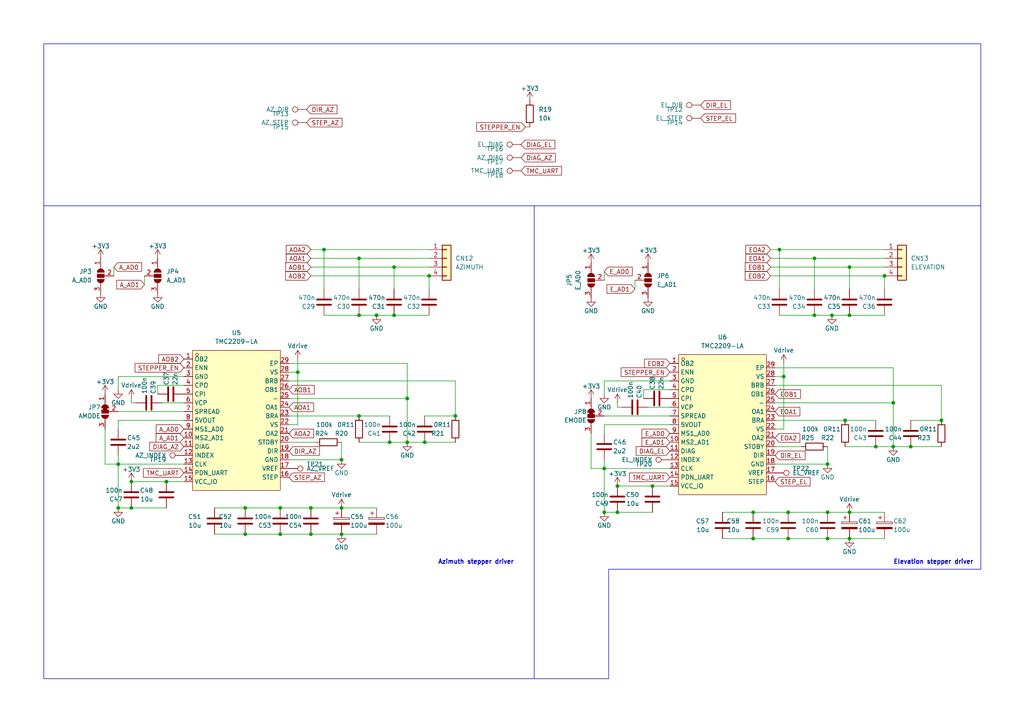
<source format=kicad_sch>
(kicad_sch (version 20230121) (generator eeschema)
  (paper "A4")
  (title_block (title "Power section") (date "2024-02-20") (rev "1.0a") (company "Vogslab"))
  (lib_symbols
    (symbol "Connector:TestPoint" (pin_numbers hide) (pin_names (offset 0.762) hide)
      (property "Reference" "TP" (at 0 6.858 0))
      (property "Value" "TestPoint" (at 0 5.08 0))
      (symbol "TestPoint_0_1"
        (circle (center 0 3.302) (radius 0.762))
      )
      (symbol "TestPoint_1_1"
        (pin passive line (at 0 0 90) (length 2.54) (name "1") (number "1"))
      )
    )
    (symbol "Connector_Generic:Conn_01x04" (pin_names (offset 1.016) hide)
      (property "Reference" "J" (at 0 5.08 0))
      (property "Value" "Conn_01x04" (at 0 -7.62 0))
      (symbol "Conn_01x04_1_1"
        (rectangle (start -1.27 -4.953) (end 0 -5.207) (stroke (width 0.1524)))
        (rectangle (start -1.27 -2.413) (end 0 -2.667) (stroke (width 0.1524)))
        (rectangle (start -1.27 0.127) (end 0 -0.127) (stroke (width 0.1524)))
        (rectangle (start -1.27 2.667) (end 0 2.413) (stroke (width 0.1524)))
        (rectangle (start -1.27 3.81) (end 1.27 -6.35) (stroke (width 0.254)) (fill (type background)))
        (pin passive line (at -5.08 2.54 0) (length 3.81) (name "Pin_1") (number "1"))
        (pin passive line (at -5.08 0 0) (length 3.81) (name "Pin_2") (number "2"))
        (pin passive line (at -5.08 -2.54 0) (length 3.81) (name "Pin_3") (number "3"))
        (pin passive line (at -5.08 -5.08 0) (length 3.81) (name "Pin_4") (number "4"))
      )
    )
    (symbol "Device:C" (pin_numbers hide) (pin_names (offset 0.254))
      (property "Reference" "C" (at 0.635 2.54 0))
      (property "Value" "C" (at 0.635 -2.54 0))
      (symbol "C_0_1"
        (polyline (pts (xy -2.032 -0.762) (xy 2.032 -0.762)) (stroke (width 0.508)))
        (polyline (pts (xy -2.032 0.762) (xy 2.032 0.762)) (stroke (width 0.508)))
      )
      (symbol "C_1_1"
        (pin passive line (at 0 3.81 270) (length 2.794) (name "~") (number "1"))
        (pin passive line (at 0 -3.81 90) (length 2.794) (name "~") (number "2"))
      )
    )
    (symbol "Device:C_Polarized" (pin_numbers hide) (pin_names (offset 0.254))
      (property "Reference" "C" (at 0.635 2.54 0))
      (property "Value" "C_Polarized" (at 0.635 -2.54 0))
      (symbol "C_Polarized_0_1"
        (rectangle (start -2.286 0.508) (end 2.286 1.016))
        (polyline (pts (xy -1.778 2.286) (xy -0.762 2.286)))
        (polyline (pts (xy -1.27 2.794) (xy -1.27 1.778)))
        (rectangle (start 2.286 -0.508) (end -2.286 -1.016) (fill (type outline)))
      )
      (symbol "C_Polarized_1_1"
        (pin passive line (at 0 3.81 270) (length 2.794) (name "~") (number "1"))
        (pin passive line (at 0 -3.81 90) (length 2.794) (name "~") (number "2"))
      )
    )
    (symbol "Device:R" (pin_numbers hide) (pin_names (offset 0))
      (property "Reference" "R" (at 2.032 0 90))
      (property "Value" "R" (at 0 0 90))
      (symbol "R_0_1"
        (rectangle (start -1.016 -2.54) (end 1.016 2.54) (stroke (width 0.254)))
      )
      (symbol "R_1_1"
        (pin passive line (at 0 3.81 270) (length 1.27) (name "~") (number "1"))
        (pin passive line (at 0 -3.81 90) (length 1.27) (name "~") (number "2"))
      )
    )
    (symbol "Jumper:SolderJumper_3_Bridged12" (pin_names (offset 0) hide)
      (property "Reference" "JP" (at -2.54 -2.54 0))
      (property "Value" "SolderJumper_3_Bridged12" (at 0 2.794 0))
      (symbol "SolderJumper_3_Bridged12_0_1"
        (rectangle (start -1.016 0.508) (end -0.508 -0.508) (fill (type outline)))
        (arc (start -1.016 1.016) (mid -2.0276 0) (end -1.016 -1.016))
        (arc (start -1.016 1.016) (mid -2.0276 0) (end -1.016 -1.016) (fill (type outline)))
        (rectangle (start -0.508 1.016) (end 0.508 -1.016) (fill (type outline)))
        (polyline (pts (xy -2.54 0) (xy -2.032 0)))
        (polyline (pts (xy -1.016 1.016) (xy -1.016 -1.016)))
        (polyline (pts (xy 0 -1.27) (xy 0 -1.016)))
        (polyline (pts (xy 1.016 1.016) (xy 1.016 -1.016)))
        (polyline (pts (xy 2.54 0) (xy 2.032 0)))
        (arc (start 1.016 -1.016) (mid 2.0276 0) (end 1.016 1.016))
        (arc (start 1.016 -1.016) (mid 2.0276 0) (end 1.016 1.016) (fill (type outline)))
      )
      (symbol "SolderJumper_3_Bridged12_1_1"
        (pin passive line (at -5.08 0 0) (length 2.54) (name "A") (number "1"))
        (pin passive line (at 0 -3.81 90) (length 2.54) (name "C") (number "2"))
        (pin passive line (at 5.08 0 180) (length 2.54) (name "B") (number "3"))
      )
    )
    (symbol "Jumper:SolderJumper_3_Open" (pin_names (offset 0) hide)
      (property "Reference" "JP" (at -2.54 -2.54 0))
      (property "Value" "SolderJumper_3_Open" (at 0 2.794 0))
      (symbol "SolderJumper_3_Open_0_1"
        (arc (start -1.016 1.016) (mid -2.0276 0) (end -1.016 -1.016))
        (arc (start -1.016 1.016) (mid -2.0276 0) (end -1.016 -1.016) (fill (type outline)))
        (rectangle (start -0.508 1.016) (end 0.508 -1.016) (fill (type outline)))
        (polyline (pts (xy -2.54 0) (xy -2.032 0)))
        (polyline (pts (xy -1.016 1.016) (xy -1.016 -1.016)))
        (polyline (pts (xy 0 -1.27) (xy 0 -1.016)))
        (polyline (pts (xy 1.016 1.016) (xy 1.016 -1.016)))
        (polyline (pts (xy 2.54 0) (xy 2.032 0)))
        (arc (start 1.016 -1.016) (mid 2.0276 0) (end 1.016 1.016))
        (arc (start 1.016 -1.016) (mid 2.0276 0) (end 1.016 1.016) (fill (type outline)))
      )
      (symbol "SolderJumper_3_Open_1_1"
        (pin passive line (at -5.08 0 0) (length 2.54) (name "A") (number "1"))
        (pin passive line (at 0 -3.81 90) (length 2.54) (name "C") (number "2"))
        (pin passive line (at 5.08 0 180) (length 2.54) (name "B") (number "3"))
      )
    )
    (symbol "easyeda2kicad:TMC2209-LA"
      (property "Reference" "U" (at 0 22.86 0))
      (property "Value" "TMC2209-LA" (at 0 -22.86 0))
      (symbol "TMC2209-LA_0_1"
        (rectangle (start -12.7 20.32) (end 12.7 -20.32) (fill (type background)))
        (circle (center -11.43 19.05) (radius 0.38))
        (pin unspecified line (at -15.24 17.78 0) (length 2.54) (name "OB2") (number "1"))
        (pin unspecified line (at -15.24 -5.08 0) (length 2.54) (name "MS2_AD1") (number "10"))
        (pin unspecified line (at -15.24 -7.62 0) (length 2.54) (name "DIAG") (number "11"))
        (pin unspecified line (at -15.24 -10.16 0) (length 2.54) (name "INDEX") (number "12"))
        (pin unspecified line (at -15.24 -12.7 0) (length 2.54) (name "CLK") (number "13"))
        (pin unspecified line (at -15.24 -15.24 0) (length 2.54) (name "PDN_UART") (number "14"))
        (pin unspecified line (at -15.24 -17.78 0) (length 2.54) (name "VCC_IO") (number "15"))
        (pin unspecified line (at 15.24 -16.51 180) (length 2.54) (name "STEP") (number "16"))
        (pin unspecified line (at 15.24 -13.97 180) (length 2.54) (name "VREF") (number "17"))
        (pin unspecified line (at 15.24 -11.43 180) (length 2.54) (name "GND") (number "18"))
        (pin unspecified line (at 15.24 -8.89 180) (length 2.54) (name "DIR") (number "19"))
        (pin unspecified line (at -15.24 15.24 0) (length 2.54) (name "ENN") (number "2"))
        (pin unspecified line (at 15.24 -6.35 180) (length 2.54) (name "STDBY") (number "20"))
        (pin unspecified line (at 15.24 -3.81 180) (length 2.54) (name "OA2") (number "21"))
        (pin unspecified line (at 15.24 -1.27 180) (length 2.54) (name "VS") (number "22"))
        (pin unspecified line (at 15.24 1.27 180) (length 2.54) (name "BRA") (number "23"))
        (pin unspecified line (at 15.24 3.81 180) (length 2.54) (name "OA1") (number "24"))
        (pin unspecified line (at 15.24 6.35 180) (length 2.54) (name "-") (number "25"))
        (pin unspecified line (at 15.24 8.89 180) (length 2.54) (name "OB1") (number "26"))
        (pin unspecified line (at 15.24 11.43 180) (length 2.54) (name "BRB") (number "27"))
        (pin unspecified line (at 15.24 13.97 180) (length 2.54) (name "VS") (number "28"))
        (pin unspecified line (at 15.24 16.51 180) (length 2.54) (name "EP") (number "29"))
        (pin unspecified line (at -15.24 12.7 0) (length 2.54) (name "GND") (number "3"))
        (pin unspecified line (at -15.24 10.16 0) (length 2.54) (name "CPO") (number "4"))
        (pin unspecified line (at -15.24 7.62 0) (length 2.54) (name "CPI") (number "5"))
        (pin unspecified line (at -15.24 5.08 0) (length 2.54) (name "VCP") (number "6"))
        (pin unspecified line (at -15.24 2.54 0) (length 2.54) (name "SPREAD") (number "7"))
        (pin unspecified line (at -15.24 0 0) (length 2.54) (name "5VOUT") (number "8"))
        (pin unspecified line (at -15.24 -2.54 0) (length 2.54) (name "MS1_AD0") (number "9"))
      )
    )
    (symbol "power:+3V3" (power) (pin_names (offset 0))
      (property "Value" "+3V3" (at 0 3.556 0))
      (symbol "+3V3_0_1"
        (polyline (pts (xy -0.762 1.27) (xy 0 2.54)))
        (polyline (pts (xy 0 0) (xy 0 2.54)))
        (polyline (pts (xy 0 2.54) (xy 0.762 1.27)))
      )
      (symbol "+3V3_1_1"
        (pin power_in line (at 0 0 90) (length 0) hide (name "+3V3") (number "1"))
      )
    )
    (symbol "power:GND" (power) (pin_names (offset 0))
      (property "Value" "GND" (at 0 -3.81 0))
      (symbol "GND_0_1"
        (polyline (pts (xy 0 0) (xy 0 -1.27) (xy 1.27 -1.27) (xy 0 -2.54) (xy -1.27 -1.27) (xy 0 -1.27)))
      )
      (symbol "GND_1_1"
        (pin power_in line (at 0 0 270) (length 0) hide (name "GND") (number "1"))
      )
    )
    (symbol "power:Vdrive" (power) (pin_names (offset 0))
      (property "Value" "Vdrive" (at 0 3.81 0))
      (symbol "Vdrive_0_1"
        (polyline (pts (xy -0.762 1.27) (xy 0 2.54)))
        (polyline (pts (xy 0 0) (xy 0 2.54)))
        (polyline (pts (xy 0 2.54) (xy 0.762 1.27)))
      )
      (symbol "Vdrive_1_1"
        (pin power_in line (at 0 0 90) (length 0) hide (name "Vdrive") (number "1"))
      )
    )
  )
  (junction (at 240.03 156.21))
  (junction (at 226.06 72.39))
  (junction (at 104.14 74.93))
  (junction (at 175.26 135.89))
  (junction (at 245.11 121.92))
  (junction (at 34.29 134.62))
  (junction (at 218.44 156.21))
  (junction (at 99.06 154.94))
  (junction (at 179.07 148.59))
  (junction (at 259.08 116.84))
  (junction (at 71.12 154.94))
  (junction (at 109.22 91.44))
  (junction (at 99.06 147.32))
  (junction (at 81.28 147.32))
  (junction (at 38.1 147.32))
  (junction (at 104.14 91.44))
  (junction (at 228.6 148.59))
  (junction (at 179.07 140.97))
  (junction (at 118.11 128.27))
  (junction (at 123.19 128.27))
  (junction (at 114.3 77.47))
  (junction (at 86.36 107.95))
  (junction (at 99.06 133.35))
  (junction (at 256.54 80.01))
  (junction (at 71.12 147.32))
  (junction (at 189.23 140.97))
  (junction (at 273.05 121.92))
  (junction (at 228.6 156.21))
  (junction (at 114.3 91.44))
  (junction (at 38.1 139.7))
  (junction (at 113.03 128.27))
  (junction (at 259.08 129.54))
  (junction (at 90.17 147.32))
  (junction (at 48.26 139.7))
  (junction (at 104.14 120.65))
  (junction (at 246.38 77.47))
  (junction (at 240.03 134.62))
  (junction (at 34.29 147.32))
  (junction (at 236.22 74.93))
  (junction (at 254 129.54))
  (junction (at 227.33 109.22))
  (junction (at 118.11 115.57))
  (junction (at 124.46 80.01))
  (junction (at 90.17 154.94))
  (junction (at 264.16 129.54))
  (junction (at 175.26 148.59))
  (junction (at 93.98 72.39))
  (junction (at 240.03 148.59))
  (junction (at 218.44 148.59))
  (junction (at 246.38 148.59))
  (junction (at 81.28 154.94))
  (junction (at 241.3 91.44))
  (junction (at 236.22 91.44))
  (junction (at 132.08 120.65))
  (junction (at 246.38 91.44))
  (junction (at 246.38 156.21))
  (wire (pts (xy 259.08 129.54) (xy 264.16 129.54)))
  (wire (pts (xy 34.29 109.22) (xy 34.29 113.03)))
  (wire (pts (xy 153.67 36.83) (xy 152.4 36.83)))
  (wire (pts (xy 83.82 123.19) (xy 86.36 123.19)))
  (wire (pts (xy 104.14 128.27) (xy 113.03 128.27)))
  (wire (pts (xy 194.31 135.89) (xy 175.26 135.89)))
  (wire (pts (xy 224.79 129.54) (xy 232.41 129.54)))
  (wire (pts (xy 30.48 134.62) (xy 34.29 134.62)))
  (wire (pts (xy 83.82 120.65) (xy 104.14 120.65)))
  (wire (pts (xy 264.16 129.54) (xy 273.05 129.54)))
  (wire (pts (xy 194.31 110.49) (xy 175.26 110.49)))
  (wire (pts (xy 114.3 91.44) (xy 124.46 91.44)))
  (polyline (pts (xy 12.7 12.7) (xy 284.48 12.7)))
  (wire (pts (xy 123.19 120.65) (xy 132.08 120.65)))
  (wire (pts (xy 226.06 91.44) (xy 236.22 91.44)))
  (wire (pts (xy 81.28 147.32) (xy 90.17 147.32)))
  (wire (pts (xy 83.82 115.57) (xy 118.11 115.57)))
  (wire (pts (xy 184.15 83.82) (xy 184.15 81.28)))
  (wire (pts (xy 246.38 156.21) (xy 256.54 156.21)))
  (wire (pts (xy 34.29 134.62) (xy 34.29 147.32)))
  (wire (pts (xy 113.03 128.27) (xy 118.11 128.27)))
  (wire (pts (xy 175.26 81.28) (xy 175.26 78.74)))
  (wire (pts (xy 124.46 74.93) (xy 104.14 74.93)))
  (wire (pts (xy 218.44 156.21) (xy 228.6 156.21)))
  (wire (pts (xy 124.46 80.01) (xy 124.46 83.82)))
  (wire (pts (xy 38.1 147.32) (xy 48.26 147.32)))
  (wire (pts (xy 38.1 115.57) (xy 38.1 116.84)))
  (wire (pts (xy 224.79 124.46) (xy 227.33 124.46)))
  (wire (pts (xy 53.34 121.92) (xy 34.29 121.92)))
  (wire (pts (xy 81.28 154.94) (xy 90.17 154.94)))
  (wire (pts (xy 104.14 91.44) (xy 109.22 91.44)))
  (wire (pts (xy 39.37 116.84) (xy 38.1 116.84)))
  (wire (pts (xy 246.38 77.47) (xy 246.38 83.82)))
  (wire (pts (xy 228.6 156.21) (xy 240.03 156.21)))
  (wire (pts (xy 62.23 147.32) (xy 71.12 147.32)))
  (wire (pts (xy 123.19 128.27) (xy 132.08 128.27)))
  (wire (pts (xy 83.82 128.27) (xy 91.44 128.27)))
  (wire (pts (xy 256.54 77.47) (xy 246.38 77.47)))
  (wire (pts (xy 93.98 91.44) (xy 104.14 91.44)))
  (wire (pts (xy 245.11 129.54) (xy 254 129.54)))
  (polyline (pts (xy 154.94 196.85) (xy 12.7 196.85)))
  (wire (pts (xy 227.33 124.46) (xy 227.33 109.22)))
  (wire (pts (xy 104.14 74.93) (xy 104.14 83.82)))
  (wire (pts (xy 83.82 107.95) (xy 86.36 107.95)))
  (wire (pts (xy 227.33 109.22) (xy 227.33 105.41)))
  (wire (pts (xy 114.3 77.47) (xy 90.17 77.47)))
  (wire (pts (xy 194.31 123.19) (xy 175.26 123.19)))
  (wire (pts (xy 179.07 140.97) (xy 189.23 140.97)))
  (wire (pts (xy 171.45 125.73) (xy 171.45 135.89)))
  (wire (pts (xy 34.29 132.08) (xy 34.29 134.62)))
  (wire (pts (xy 99.06 128.27) (xy 99.06 133.35)))
  (wire (pts (xy 236.22 74.93) (xy 236.22 83.82)))
  (wire (pts (xy 224.79 116.84) (xy 259.08 116.84)))
  (polyline (pts (xy 12.7 59.69) (xy 154.94 59.69)))
  (wire (pts (xy 189.23 140.97) (xy 194.31 140.97)))
  (wire (pts (xy 33.02 80.01) (xy 33.02 77.47)))
  (wire (pts (xy 46.99 116.84) (xy 53.34 116.84)))
  (polyline (pts (xy 12.7 59.69) (xy 12.7 12.7)))
  (wire (pts (xy 259.08 116.84) (xy 259.08 129.54)))
  (wire (pts (xy 264.16 121.92) (xy 273.05 121.92)))
  (wire (pts (xy 45.72 111.76) (xy 45.72 114.3)))
  (polyline (pts (xy 176.53 196.85) (xy 154.94 196.85)))
  (wire (pts (xy 236.22 74.93) (xy 223.52 74.93)))
  (wire (pts (xy 93.98 72.39) (xy 93.98 83.82)))
  (polyline (pts (xy 154.94 59.69) (xy 284.48 59.69)))
  (wire (pts (xy 241.3 91.44) (xy 246.38 91.44)))
  (wire (pts (xy 224.79 106.68) (xy 259.08 106.68)))
  (wire (pts (xy 30.48 124.46) (xy 30.48 134.62)))
  (wire (pts (xy 41.91 82.55) (xy 41.91 80.01)))
  (wire (pts (xy 71.12 147.32) (xy 81.28 147.32)))
  (wire (pts (xy 90.17 147.32) (xy 99.06 147.32)))
  (wire (pts (xy 48.26 139.7) (xy 53.34 139.7)))
  (wire (pts (xy 175.26 148.59) (xy 179.07 148.59)))
  (polyline (pts (xy 154.94 59.69) (xy 154.94 196.85)))
  (wire (pts (xy 124.46 80.01) (xy 90.17 80.01)))
  (wire (pts (xy 53.34 111.76) (xy 45.72 111.76)))
  (wire (pts (xy 179.07 148.59) (xy 189.23 148.59)))
  (wire (pts (xy 246.38 77.47) (xy 223.52 77.47)))
  (wire (pts (xy 254 129.54) (xy 259.08 129.54)))
  (wire (pts (xy 175.26 133.35) (xy 175.26 135.89)))
  (wire (pts (xy 194.31 113.03) (xy 186.69 113.03)))
  (wire (pts (xy 240.03 156.21) (xy 246.38 156.21)))
  (wire (pts (xy 209.55 148.59) (xy 218.44 148.59)))
  (wire (pts (xy 118.11 128.27) (xy 123.19 128.27)))
  (wire (pts (xy 118.11 115.57) (xy 118.11 128.27)))
  (wire (pts (xy 256.54 74.93) (xy 236.22 74.93)))
  (wire (pts (xy 53.34 109.22) (xy 34.29 109.22)))
  (wire (pts (xy 90.17 154.94) (xy 99.06 154.94)))
  (polyline (pts (xy 284.48 59.69) (xy 284.48 165.1)))
  (wire (pts (xy 132.08 110.49) (xy 132.08 120.65)))
  (wire (pts (xy 86.36 107.95) (xy 86.36 104.14)))
  (wire (pts (xy 224.79 109.22) (xy 227.33 109.22)))
  (wire (pts (xy 179.07 116.84) (xy 179.07 118.11)))
  (wire (pts (xy 71.12 154.94) (xy 81.28 154.94)))
  (polyline (pts (xy 12.7 59.69) (xy 12.7 196.85)))
  (polyline (pts (xy 176.53 165.1) (xy 176.53 196.85)))
  (wire (pts (xy 245.11 121.92) (xy 254 121.92)))
  (wire (pts (xy 246.38 148.59) (xy 256.54 148.59)))
  (wire (pts (xy 83.82 110.49) (xy 132.08 110.49)))
  (polyline (pts (xy 284.48 165.1) (xy 176.53 165.1)))
  (wire (pts (xy 175.26 120.65) (xy 194.31 120.65)))
  (wire (pts (xy 224.79 134.62) (xy 240.03 134.62)))
  (wire (pts (xy 171.45 135.89) (xy 175.26 135.89)))
  (wire (pts (xy 180.34 118.11) (xy 179.07 118.11)))
  (wire (pts (xy 226.06 72.39) (xy 226.06 83.82)))
  (wire (pts (xy 236.22 91.44) (xy 241.3 91.44)))
  (wire (pts (xy 228.6 148.59) (xy 240.03 148.59)))
  (wire (pts (xy 124.46 77.47) (xy 114.3 77.47)))
  (wire (pts (xy 240.03 148.59) (xy 246.38 148.59)))
  (wire (pts (xy 99.06 147.32) (xy 109.22 147.32)))
  (wire (pts (xy 223.52 80.01) (xy 256.54 80.01)))
  (wire (pts (xy 187.96 118.11) (xy 194.31 118.11)))
  (wire (pts (xy 224.79 121.92) (xy 245.11 121.92)))
  (wire (pts (xy 62.23 154.94) (xy 71.12 154.94)))
  (wire (pts (xy 104.14 74.93) (xy 90.17 74.93)))
  (wire (pts (xy 109.22 91.44) (xy 114.3 91.44)))
  (wire (pts (xy 34.29 121.92) (xy 34.29 124.46)))
  (wire (pts (xy 256.54 72.39) (xy 226.06 72.39)))
  (wire (pts (xy 273.05 111.76) (xy 273.05 121.92)))
  (wire (pts (xy 38.1 139.7) (xy 48.26 139.7)))
  (wire (pts (xy 259.08 106.68) (xy 259.08 116.84)))
  (wire (pts (xy 104.14 120.65) (xy 113.03 120.65)))
  (wire (pts (xy 209.55 156.21) (xy 218.44 156.21)))
  (wire (pts (xy 246.38 91.44) (xy 256.54 91.44)))
  (wire (pts (xy 53.34 134.62) (xy 34.29 134.62)))
  (wire (pts (xy 226.06 72.39) (xy 223.52 72.39)))
  (wire (pts (xy 83.82 133.35) (xy 99.06 133.35)))
  (wire (pts (xy 34.29 147.32) (xy 38.1 147.32)))
  (wire (pts (xy 224.79 111.76) (xy 273.05 111.76)))
  (wire (pts (xy 93.98 72.39) (xy 90.17 72.39)))
  (wire (pts (xy 218.44 148.59) (xy 228.6 148.59)))
  (wire (pts (xy 240.03 129.54) (xy 240.03 134.62)))
  (wire (pts (xy 175.26 110.49) (xy 175.26 114.3)))
  (wire (pts (xy 256.54 83.82) (xy 256.54 80.01)))
  (wire (pts (xy 34.29 119.38) (xy 53.34 119.38)))
  (wire (pts (xy 175.26 135.89) (xy 175.26 148.59)))
  (wire (pts (xy 124.46 72.39) (xy 93.98 72.39)))
  (wire (pts (xy 118.11 105.41) (xy 118.11 115.57)))
  (wire (pts (xy 114.3 77.47) (xy 114.3 83.82)))
  (wire (pts (xy 83.82 105.41) (xy 118.11 105.41)))
  (polyline (pts (xy 284.48 12.7) (xy 284.48 59.69)))
  (wire (pts (xy 175.26 123.19) (xy 175.26 125.73)))
  (wire (pts (xy 99.06 154.94) (xy 109.22 154.94)))
  (wire (pts (xy 186.69 113.03) (xy 186.69 115.57)))
  (wire (pts (xy 86.36 123.19) (xy 86.36 107.95)))
  (text "Azimuth stepper driver" (at 127 163.83 0) (effects (font (size 1.27 1.27) bold) (justify left bottom)))
  (text "Elevation stepper driver" (at 259.08 163.83 0) (effects (font (size 1.27 1.27) bold) (justify left bottom)))
  (global_label "EOB2" (shape input) (at 194.31 105.41 180) (property "Intersheetrefs" "${INTERSHEET_REFS}" (effects hide)))
  (global_label "STEPPER_EN" (shape input) (at 53.34 106.68 180) (property "Intersheetrefs" "${INTERSHEET_REFS}" (effects hide)))
  (global_label "A_AD0" (shape input) (at 53.34 124.46 180) (property "Intersheetrefs" "${INTERSHEET_REFS}" (effects hide)))
  (global_label "STEPPER_EN" (shape input) (at 152.4 36.83 180) (property "Intersheetrefs" "${INTERSHEET_REFS}" (effects hide)))
  (global_label "E_AD0" (shape input) (at 194.31 125.73 180) (property "Intersheetrefs" "${INTERSHEET_REFS}" (effects hide)))
  (global_label "DIR_AZ" (shape input) (at 88.9 31.75 0) (property "Intersheetrefs" "${INTERSHEET_REFS}" (effects hide)))
  (global_label "E_AD1" (shape input) (at 194.31 128.27 180) (property "Intersheetrefs" "${INTERSHEET_REFS}" (effects hide)))
  (global_label "TMC_UART" (shape input) (at 151.13 49.53 0) (property "Intersheetrefs" "${INTERSHEET_REFS}" (effects hide)))
  (global_label "AOA1" (shape input) (at 83.82 118.11 0) (property "Intersheetrefs" "${INTERSHEET_REFS}" (effects hide)))
  (global_label "AOB2" (shape input) (at 90.17 80.01 180) (property "Intersheetrefs" "${INTERSHEET_REFS}" (effects hide)))
  (global_label "STEP_AZ" (shape input) (at 88.9 35.56 0) (property "Intersheetrefs" "${INTERSHEET_REFS}" (effects hide)))
  (global_label "STEP_EL" (shape input) (at 203.2 34.29 0) (property "Intersheetrefs" "${INTERSHEET_REFS}" (effects hide)))
  (global_label "STEPPER_EN" (shape input) (at 194.31 107.95 180) (property "Intersheetrefs" "${INTERSHEET_REFS}" (effects hide)))
  (global_label "EOA1" (shape input) (at 224.79 119.38 0) (property "Intersheetrefs" "${INTERSHEET_REFS}" (effects hide)))
  (global_label "A_AD1" (shape input) (at 41.91 82.55 180) (property "Intersheetrefs" "${INTERSHEET_REFS}" (effects hide)))
  (global_label "EOB1" (shape input) (at 223.52 77.47 180) (property "Intersheetrefs" "${INTERSHEET_REFS}" (effects hide)))
  (global_label "STEP_EL" (shape input) (at 224.79 139.7 0) (property "Intersheetrefs" "${INTERSHEET_REFS}" (effects hide)))
  (global_label "AOA2" (shape input) (at 90.17 72.39 180) (property "Intersheetrefs" "${INTERSHEET_REFS}" (effects hide)))
  (global_label "EOA2" (shape input) (at 223.52 72.39 180) (property "Intersheetrefs" "${INTERSHEET_REFS}" (effects hide)))
  (global_label "DIAG_AZ" (shape input) (at 53.34 129.54 180) (property "Intersheetrefs" "${INTERSHEET_REFS}" (effects hide)))
  (global_label "AOB1" (shape input) (at 83.82 113.03 0) (property "Intersheetrefs" "${INTERSHEET_REFS}" (effects hide)))
  (global_label "DIAG_AZ" (shape input) (at 151.13 45.72 0) (property "Intersheetrefs" "${INTERSHEET_REFS}" (effects hide)))
  (global_label "TMC_UART" (shape input) (at 53.34 137.16 180) (property "Intersheetrefs" "${INTERSHEET_REFS}" (effects hide)))
  (global_label "DIAG_EL" (shape input) (at 151.13 41.91 0) (property "Intersheetrefs" "${INTERSHEET_REFS}" (effects hide)))
  (global_label "DIAG_EL" (shape input) (at 194.31 130.81 180) (property "Intersheetrefs" "${INTERSHEET_REFS}" (effects hide)))
  (global_label "DIR_EL" (shape input) (at 203.2 30.48 0) (property "Intersheetrefs" "${INTERSHEET_REFS}" (effects hide)))
  (global_label "STEP_AZ" (shape input) (at 83.82 138.43 0) (property "Intersheetrefs" "${INTERSHEET_REFS}" (effects hide)))
  (global_label "EOA2" (shape input) (at 224.79 127 0) (property "Intersheetrefs" "${INTERSHEET_REFS}" (effects hide)))
  (global_label "EOB2" (shape input) (at 223.52 80.01 180) (property "Intersheetrefs" "${INTERSHEET_REFS}" (effects hide)))
  (global_label "DIR_EL" (shape input) (at 224.79 132.08 0) (property "Intersheetrefs" "${INTERSHEET_REFS}" (effects hide)))
  (global_label "E_AD1" (shape input) (at 184.15 83.82 180) (property "Intersheetrefs" "${INTERSHEET_REFS}" (effects hide)))
  (global_label "A_AD1" (shape input) (at 53.34 127 180) (property "Intersheetrefs" "${INTERSHEET_REFS}" (effects hide)))
  (global_label "EOA1" (shape input) (at 223.52 74.93 180) (property "Intersheetrefs" "${INTERSHEET_REFS}" (effects hide)))
  (global_label "AOB2" (shape input) (at 53.34 104.14 180) (property "Intersheetrefs" "${INTERSHEET_REFS}" (effects hide)))
  (global_label "DIR_AZ" (shape input) (at 83.82 130.81 0) (property "Intersheetrefs" "${INTERSHEET_REFS}" (effects hide)))
  (global_label "EOB1" (shape input) (at 224.79 114.3 0) (property "Intersheetrefs" "${INTERSHEET_REFS}" (effects hide)))
  (global_label "TMC_UART" (shape input) (at 194.31 138.43 180) (property "Intersheetrefs" "${INTERSHEET_REFS}" (effects hide)))
  (global_label "AOA2" (shape input) (at 83.82 125.73 0) (property "Intersheetrefs" "${INTERSHEET_REFS}" (effects hide)))
  (global_label "AOB1" (shape input) (at 90.17 77.47 180) (property "Intersheetrefs" "${INTERSHEET_REFS}" (effects hide)))
  (global_label "AOA1" (shape input) (at 90.17 74.93 180) (property "Intersheetrefs" "${INTERSHEET_REFS}" (effects hide)))
  (global_label "A_AD0" (shape input) (at 33.02 77.47 0) (property "Intersheetrefs" "${INTERSHEET_REFS}" (effects hide)))
  (global_label "E_AD0" (shape input) (at 175.26 78.74 0) (property "Intersheetrefs" "${INTERSHEET_REFS}" (effects hide)))
  (symbol (lib_id "power:GND") (at 29.21 85.09 0) (unit 1)
    (property "Reference" "#PWR067" (effects hide))
    (property "Value" "GND" (at 29.21 88.9 0))
  )
  (symbol (lib_id "Device:C") (at 49.53 114.3 270) (unit 1)
    (property "Reference" "C37" (at 48.26 111.76 0) (effects (justify right)))
    (property "Value" "22n" (at 50.8 111.76 0) (effects (justify right)))
    (property "Footprint" "Capacitor_SMD:C_0603_1608Metric_Pad1.08x0.95mm_HandSolder" (effects hide))
    (property "VMin" "50V" (effects hide))
    (property "LCSC_id" "C21122" (effects hide))
  )
  (symbol (lib_id "power:GND") (at 187.96 86.36 0) (unit 1)
    (property "Reference" "#PWR070" (effects hide))
    (property "Value" "GND" (at 187.96 90.17 0))
  )
  (symbol (lib_id "power:GND") (at 175.26 114.3 0) (unit 1)
    (property "Reference" "#PWR077" (effects hide))
    (property "Value" "GND" (at 175.26 118.11 0))
  )
  (symbol (lib_id "Device:C") (at 240.03 152.4 0) (unit 1)
    (property "Reference" "C60" (at 237.49 153.67 0) (effects (justify right)))
    (property "Value" "100n" (at 237.49 151.13 0) (effects (justify right)))
    (property "Footprint" "Capacitor_SMD:C_0603_1608Metric_Pad1.08x0.95mm_HandSolder" (effects hide))
    (property "VMin" "16V" (effects hide))
    (property "LCSC_id" "C1591" (effects hide))
  )
  (symbol (lib_id "Device:C_Polarized") (at 109.22 151.13 0) (unit 1)
    (property "Reference" "C56" (at 111.76 149.86 0) (effects (justify left)))
    (property "Value" "100u" (at 111.76 152.4 0) (effects (justify left)))
    (property "Footprint" "Capacitor_THT:CP_Radial_D8.0mm_P3.50mm" (effects hide))
    (property "LSCS_id" "C171434" (effects hide))
  )
  (symbol (lib_id "power:+3V3") (at 45.72 74.93 0) (unit 1)
    (property "Reference" "#PWR064" (effects hide))
    (property "Value" "+3V3" (at 45.72 71.374 0))
  )
  (symbol (lib_id "power:GND") (at 34.29 147.32 0) (unit 1)
    (property "Reference" "#PWR087" (effects hide))
    (property "Value" "GND" (at 34.29 151.13 0))
  )
  (symbol (lib_id "Device:C") (at 43.18 116.84 90) (mirror x) (unit 1)
    (property "Reference" "C39" (at 44.45 114.3 0) (effects (justify right)))
    (property "Value" "100n" (at 41.91 114.3 0) (effects (justify right)))
    (property "Footprint" "Capacitor_SMD:C_0603_1608Metric_Pad1.08x0.95mm_HandSolder" (effects hide))
    (property "VMin" "16V" (effects hide))
    (property "LCSC_id" "C1591" (effects hide))
  )
  (symbol (lib_id "Connector_Generic:Conn_01x04") (at 129.54 74.93 0) (unit 1)
    (property "Reference" "CN12" (at 132.08 74.9299 0) (effects (justify left)))
    (property "Value" "AZIMUTH" (at 132.08 77.4699 0) (effects (justify left)))
    (property "Footprint" "Connector_PinHeader_2.54mm:PinHeader_1x04_P2.54mm_Vertical" (effects hide))
  )
  (symbol (lib_id "power:+3V3") (at 29.21 74.93 0) (unit 1)
    (property "Reference" "#PWR063" (effects hide))
    (property "Value" "+3V3" (at 29.21 71.374 0))
  )
  (symbol (lib_id "Device:C") (at 236.22 87.63 0) (unit 1)
    (property "Reference" "C34" (at 233.68 88.9 0) (effects (justify right)))
    (property "Value" "470n" (at 233.68 86.36 0) (effects (justify right)))
    (property "Footprint" "Capacitor_SMD:C_1812_4532Metric_Pad1.57x3.40mm_HandSolder" (effects hide))
    (property "VMin" "100V" (effects hide))
    (property "LCSC_id" "C152994" (effects hide))
  )
  (symbol (lib_id "power:GND") (at 241.3 91.44 0) (unit 1)
    (property "Reference" "#PWR072" (effects hide))
    (property "Value" "GND" (at 241.3 95.25 0))
  )
  (symbol (lib_id "Device:C_Polarized") (at 99.06 151.13 0) (unit 1)
    (property "Reference" "C55" (at 101.6 149.86 0) (effects (justify left)))
    (property "Value" "100u" (at 101.6 152.4 0) (effects (justify left)))
    (property "Footprint" "Capacitor_THT:CP_Radial_D8.0mm_P3.50mm" (effects hide))
    (property "LSCS_id" "C171434" (effects hide))
  )
  (symbol (lib_id "power:GND") (at 259.08 129.54 0) (unit 1)
    (property "Reference" "#PWR082" (effects hide))
    (property "Value" "GND" (at 259.08 133.35 0))
  )
  (symbol (lib_id "power:GND") (at 240.03 134.62 0) (unit 1)
    (property "Reference" "#PWR084" (effects hide))
    (property "Value" "GND" (at 240.03 138.43 0))
  )
  (symbol (lib_id "power:+3V3") (at 30.48 114.3 0) (unit 1)
    (property "Reference" "#PWR076" (effects hide))
    (property "Value" "+3V3" (at 30.48 110.744 0))
  )
  (symbol (lib_id "Connector:TestPoint") (at 53.34 132.08 90) (unit 1)
    (property "Reference" "TP19" (at 48.26 133.3501 90) (effects (justify left)))
    (property "Value" "AZ_INDEX" (at 48.26 132.08 90) (effects (justify left)))
    (property "Footprint" "TestPoint:TestPoint_Pad_D1.5mm" (effects hide))
  )
  (symbol (lib_id "Device:C") (at 226.06 87.63 0) (unit 1)
    (property "Reference" "C33" (at 223.52 88.9 0) (effects (justify right)))
    (property "Value" "470n" (at 223.52 86.36 0) (effects (justify right)))
    (property "Footprint" "Capacitor_SMD:C_1812_4532Metric_Pad1.57x3.40mm_HandSolder" (effects hide))
    (property "VMin" "100V" (effects hide))
    (property "LCSC_id" "C152994" (effects hide))
  )
  (symbol (lib_id "Device:C") (at 189.23 144.78 0) (mirror x) (unit 1)
    (property "Reference" "C50" (at 185.42 143.5099 0) (effects (justify right)))
    (property "Value" "10u" (at 185.42 146.0499 0) (effects (justify right)))
    (property "Footprint" "Resistor_SMD:R_1206_3216Metric_Pad1.30x1.75mm_HandSolder" (effects hide))
    (property "LCSC_id" "C89632" (effects hide))
  )
  (symbol (lib_id "power:GND") (at 99.06 154.94 0) (unit 1)
    (property "Reference" "#PWR091" (effects hide))
    (property "Value" "GND" (at 99.06 158.75 0))
  )
  (symbol (lib_id "Device:C_Polarized") (at 246.38 152.4 0) (unit 1)
    (property "Reference" "C61" (at 248.92 151.13 0) (effects (justify left)))
    (property "Value" "100u" (at 248.92 153.67 0) (effects (justify left)))
    (property "Footprint" "Capacitor_THT:CP_Radial_D8.0mm_P3.50mm" (effects hide))
    (property "LSCS_id" "C171434" (effects hide))
  )
  (symbol (lib_id "Device:C") (at 179.07 144.78 0) (unit 1)
    (property "Reference" "C49" (at 176.53 146.05 0) (effects (justify right)))
    (property "Value" "100n" (at 176.53 143.51 0) (effects (justify right)))
    (property "Footprint" "Capacitor_SMD:C_0603_1608Metric_Pad1.08x0.95mm_HandSolder" (effects hide))
    (property "VMin" "16V" (effects hide))
    (property "LCSC_id" "C1591" (effects hide))
  )
  (symbol (lib_id "Device:C") (at 264.16 125.73 0) (unit 1)
    (property "Reference" "C44" (at 261.62 127 0) (effects (justify right)))
    (property "Value" "100n" (at 261.62 124.46 0) (effects (justify right)))
    (property "Footprint" "Capacitor_SMD:C_0603_1608Metric_Pad1.08x0.95mm_HandSolder" (effects hide))
    (property "VMin" "16V" (effects hide))
    (property "LCSC_id" "C1591" (effects hide))
  )
  (symbol (lib_id "Connector:TestPoint") (at 194.31 133.35 90) (unit 1)
    (property "Reference" "TP20" (at 189.23 134.6201 90) (effects (justify left)))
    (property "Value" "EL_INDEX" (at 189.23 133.35 90) (effects (justify left)))
    (property "Footprint" "TestPoint:TestPoint_Pad_D1.5mm" (effects hide))
  )
  (symbol (lib_id "Jumper:SolderJumper_3_Open") (at 171.45 81.28 90) (mirror x) (unit 1)
    (property "Reference" "JP5" (at 165.1 81.28 0))
    (property "Value" "E_AD0" (at 167.64 81.28 0))
    (property "Footprint" "Jumper:SolderJumper-3_P1.3mm_Open_RoundedPad1.0x1.5mm" (effects hide))
  )
  (symbol (lib_id "power:Vdrive") (at 38.1 115.57 0) (unit 1)
    (property "Reference" "#PWR078" (effects hide))
    (property "Value" "Vdrive" (at 38.1 111.76 0))
  )
  (symbol (lib_id "power:Vdrive") (at 179.07 116.84 0) (unit 1)
    (property "Reference" "#PWR080" (effects hide))
    (property "Value" "Vdrive" (at 179.07 113.03 0))
  )
  (symbol (lib_id "power:Vdrive") (at 227.33 105.41 0) (unit 1)
    (property "Reference" "#PWR074" (effects hide))
    (property "Value" "Vdrive" (at 227.33 101.6 0))
  )
  (symbol (lib_id "Device:R") (at 153.67 33.02 180) (unit 1)
    (property "Reference" "R19" (at 156.21 31.7499 0) (effects (justify right)))
    (property "Value" "10k" (at 156.21 34.2899 0) (effects (justify right)))
    (property "Footprint" "Resistor_SMD:R_0805_2012Metric_Pad1.20x1.40mm_HandSolder" (effects hide))
    (property "LCSC_id" "C25612" (effects hide))
  )
  (symbol (lib_id "Device:C") (at 48.26 143.51 0) (mirror x) (unit 1)
    (property "Reference" "C48" (at 44.45 142.2399 0) (effects (justify right)))
    (property "Value" "10u" (at 44.45 144.7799 0) (effects (justify right)))
    (property "Footprint" "Resistor_SMD:R_1206_3216Metric_Pad1.30x1.75mm_HandSolder" (effects hide))
    (property "LCSC_id" "C89632" (effects hide))
  )
  (symbol (lib_id "power:GND") (at 45.72 85.09 0) (unit 1)
    (property "Reference" "#PWR068" (effects hide))
    (property "Value" "GND" (at 45.72 88.9 0))
  )
  (symbol (lib_id "Device:R") (at 95.25 128.27 270) (unit 1)
    (property "Reference" "R24" (at 95.25 125.73 90) (effects (justify right)))
    (property "Value" "100k" (at 96.52 123.19 90) (effects (justify right)))
    (property "Footprint" "Resistor_SMD:R_0805_2012Metric_Pad1.20x1.40mm_HandSolder" (effects hide))
    (property "LCSC_id" "C25611" (effects hide))
  )
  (symbol (lib_id "Device:C") (at 190.5 115.57 270) (unit 1)
    (property "Reference" "C38" (at 189.23 113.03 0) (effects (justify right)))
    (property "Value" "22n" (at 191.77 113.03 0) (effects (justify right)))
    (property "Footprint" "Capacitor_SMD:C_0603_1608Metric_Pad1.08x0.95mm_HandSolder" (effects hide))
    (property "VMin" "50V" (effects hide))
    (property "LCSC_id" "C21122" (effects hide))
  )
  (symbol (lib_id "Device:C") (at 256.54 87.63 0) (unit 1)
    (property "Reference" "C36" (at 254 88.9 0) (effects (justify right)))
    (property "Value" "470n" (at 254 86.36 0) (effects (justify right)))
    (property "Footprint" "Capacitor_SMD:C_1812_4532Metric_Pad1.57x3.40mm_HandSolder" (effects hide))
    (property "VMin" "100V" (effects hide))
    (property "LCSC_id" "C152994" (effects hide))
  )
  (symbol (lib_id "power:+3V3") (at 171.45 115.57 0) (unit 1)
    (property "Reference" "#PWR079" (effects hide))
    (property "Value" "+3V3" (at 171.45 112.014 0))
  )
  (symbol (lib_id "Device:C") (at 113.03 124.46 0) (unit 1)
    (property "Reference" "C41" (at 110.49 125.73 0) (effects (justify right)))
    (property "Value" "100n" (at 110.49 123.19 0) (effects (justify right)))
    (property "Footprint" "Capacitor_SMD:C_0603_1608Metric_Pad1.08x0.95mm_HandSolder" (effects hide))
    (property "VMin" "16V" (effects hide))
    (property "LCSC_id" "C1591" (effects hide))
  )
  (symbol (lib_id "power:Vdrive") (at 246.38 148.59 0) (unit 1)
    (property "Reference" "#PWR090" (effects hide))
    (property "Value" "Vdrive" (at 246.38 144.78 0))
  )
  (symbol (lib_id "Device:R") (at 245.11 125.73 0) (unit 1)
    (property "Reference" "R22" (at 240.03 127 0))
    (property "Value" "0R11" (at 241.3 124.46 0))
    (property "Footprint" "Resistor_SMD:R_2512_6332Metric_Pad1.40x3.35mm_HandSolder" (effects hide))
    (property "LCSC_id" "C333708" (effects hide))
  )
  (symbol (lib_id "Device:C") (at 228.6 152.4 0) (unit 1)
    (property "Reference" "C59" (at 226.06 153.67 0) (effects (justify right)))
    (property "Value" "100n" (at 226.06 151.13 0) (effects (justify right)))
    (property "Footprint" "Capacitor_SMD:C_0603_1608Metric_Pad1.08x0.95mm_HandSolder" (effects hide))
    (property "VMin" "16V" (effects hide))
    (property "LCSC_id" "C1591" (effects hide))
  )
  (symbol (lib_id "Device:C") (at 254 125.73 0) (unit 1)
    (property "Reference" "C43" (at 251.46 127 0) (effects (justify right)))
    (property "Value" "100n" (at 251.46 124.46 0) (effects (justify right)))
    (property "Footprint" "Capacitor_SMD:C_0603_1608Metric_Pad1.08x0.95mm_HandSolder" (effects hide))
    (property "VMin" "16V" (effects hide))
    (property "LCSC_id" "C1591" (effects hide))
  )
  (symbol (lib_id "Device:R") (at 132.08 124.46 0) (unit 1)
    (property "Reference" "R21" (at 127 125.73 0))
    (property "Value" "0R11" (at 128.27 123.19 0))
    (property "Footprint" "Resistor_SMD:R_2512_6332Metric_Pad1.40x3.35mm_HandSolder" (effects hide))
    (property "LCSC_id" "C333708" (effects hide))
  )
  (symbol (lib_id "Device:R") (at 236.22 129.54 270) (unit 1)
    (property "Reference" "R25" (at 236.22 127 90) (effects (justify right)))
    (property "Value" "100k" (at 237.49 124.46 90) (effects (justify right)))
    (property "Footprint" "Resistor_SMD:R_0805_2012Metric_Pad1.20x1.40mm_HandSolder" (effects hide))
    (property "LCSC_id" "C25611" (effects hide))
  )
  (symbol (lib_id "power:Vdrive") (at 99.06 147.32 0) (unit 1)
    (property "Reference" "#PWR088" (effects hide))
    (property "Value" "Vdrive" (at 99.06 143.51 0))
  )
  (symbol (lib_id "Connector:TestPoint") (at 88.9 35.56 90) (unit 1)
    (property "Reference" "TP15" (at 83.82 36.8301 90) (effects (justify left)))
    (property "Value" "AZ_STEP" (at 83.82 35.56 90) (effects (justify left)))
    (property "Footprint" "TestPoint:TestPoint_Pad_D1.5mm" (effects hide))
  )
  (symbol (lib_id "power:+3V3") (at 179.07 140.97 0) (unit 1)
    (property "Reference" "#PWR086" (effects hide))
    (property "Value" "+3V3" (at 179.07 137.414 0))
  )
  (symbol (lib_id "Connector:TestPoint") (at 83.82 135.89 270) (unit 1)
    (property "Reference" "TP21" (at 88.9 134.6199 90) (effects (justify left)))
    (property "Value" "AZ_VREF" (at 88.9 135.89 90) (effects (justify left)))
    (property "Footprint" "TestPoint:TestPoint_Pad_D1.5mm" (effects hide))
  )
  (symbol (lib_id "Jumper:SolderJumper_3_Open") (at 187.96 81.28 270) (unit 1)
    (property "Reference" "JP6" (at 190.5 80.0099 90) (effects (justify left)))
    (property "Value" "E_AD1" (at 190.5 82.5499 90) (effects (justify left)))
    (property "Footprint" "Jumper:SolderJumper-3_P1.3mm_Open_RoundedPad1.0x1.5mm" (effects hide))
  )
  (symbol (lib_id "Jumper:SolderJumper_3_Open") (at 29.21 80.01 90) (mirror x) (unit 1)
    (property "Reference" "JP3" (at 26.67 78.7399 90) (effects (justify left)))
    (property "Value" "A_AD0" (at 26.67 81.2799 90) (effects (justify left)))
    (property "Footprint" "Jumper:SolderJumper-3_P1.3mm_Open_RoundedPad1.0x1.5mm" (effects hide))
  )
  (symbol (lib_id "Connector:TestPoint") (at 88.9 31.75 90) (unit 1)
    (property "Reference" "TP13" (at 83.82 33.0201 90) (effects (justify left)))
    (property "Value" "AZ_DIR" (at 83.82 31.75 90) (effects (justify left)))
    (property "Footprint" "TestPoint:TestPoint_Pad_D1.5mm" (effects hide))
  )
  (symbol (lib_id "easyeda2kicad:TMC2209-LA") (at 209.55 123.19 0) (unit 1)
    (property "Reference" "U6" (at 209.55 97.79 0))
    (property "Value" "TMC2209-LA" (at 209.55 100.33 0))
    (property "Footprint" "easyeda2kicad:QFN-28_L5.0-W5.0-P0.50-BL-EP" (effects hide))
    (property "Datasheet" "https://lcsc.com/product-detail/Motor-Drivers_TRINAMIC-Motion-Control-GmbH-TMC2209-LA_C465949.html" (effects hide))
    (property "Manufacturer" "TRINAMIC" (effects hide))
    (property "LCSC Part" "C465949" (effects hide))
    (property "JLC Part" "Extended Part" (effects hide))
  )
  (symbol (lib_id "power:+3V3") (at 38.1 139.7 0) (unit 1)
    (property "Reference" "#PWR085" (effects hide))
    (property "Value" "+3V3" (at 38.1 136.144 0))
  )
  (symbol (lib_id "Device:C") (at 38.1 143.51 0) (unit 1)
    (property "Reference" "C47" (at 35.56 144.78 0) (effects (justify right)))
    (property "Value" "100n" (at 35.56 142.24 0) (effects (justify right)))
    (property "Footprint" "Capacitor_SMD:C_0603_1608Metric_Pad1.08x0.95mm_HandSolder" (effects hide))
    (property "VMin" "16V" (effects hide))
    (property "LCSC_id" "C1591" (effects hide))
  )
  (symbol (lib_id "easyeda2kicad:TMC2209-LA") (at 68.58 121.92 0) (unit 1)
    (property "Reference" "U5" (at 68.58 96.52 0))
    (property "Value" "TMC2209-LA" (at 68.58 99.06 0))
    (property "Footprint" "easyeda2kicad:QFN-28_L5.0-W5.0-P0.50-BL-EP" (effects hide))
    (property "Datasheet" "https://lcsc.com/product-detail/Motor-Drivers_TRINAMIC-Motion-Control-GmbH-TMC2209-LA_C465949.html" (effects hide))
    (property "Manufacturer" "TRINAMIC" (effects hide))
    (property "LCSC Part" "C465949" (effects hide))
    (property "JLC Part" "Extended Part" (effects hide))
  )
  (symbol (lib_id "Device:C") (at 184.15 118.11 90) (mirror x) (unit 1)
    (property "Reference" "C40" (at 185.42 115.57 0) (effects (justify right)))
    (property "Value" "100n" (at 182.88 115.57 0) (effects (justify right)))
    (property "Footprint" "Capacitor_SMD:C_0603_1608Metric_Pad1.08x0.95mm_HandSolder" (effects hide))
    (property "VMin" "16V" (effects hide))
    (property "LCSC_id" "C1591" (effects hide))
  )
  (symbol (lib_id "Jumper:SolderJumper_3_Bridged12") (at 171.45 120.65 90) (mirror x) (unit 1)
    (property "Reference" "JP8" (at 170.18 119.38 90) (effects (justify left)))
    (property "Value" "EMODE" (at 170.18 121.92 90) (effects (justify left)))
    (property "Footprint" "Jumper:SolderJumper-3_P1.3mm_Bridged12_RoundedPad1.0x1.5mm" (effects hide))
  )
  (symbol (lib_id "Device:C") (at 246.38 87.63 0) (unit 1)
    (property "Reference" "C35" (at 243.84 88.9 0) (effects (justify right)))
    (property "Value" "470n" (at 243.84 86.36 0) (effects (justify right)))
    (property "Footprint" "Capacitor_SMD:C_1812_4532Metric_Pad1.57x3.40mm_HandSolder" (effects hide))
    (property "VMin" "100V" (effects hide))
    (property "LCSC_id" "C152994" (effects hide))
  )
  (symbol (lib_id "power:+3V3") (at 153.67 29.21 0) (unit 1)
    (property "Reference" "#PWR062" (effects hide))
    (property "Value" "+3V3" (at 153.67 25.654 0))
  )
  (symbol (lib_id "Connector:TestPoint") (at 151.13 41.91 90) (unit 1)
    (property "Reference" "TP16" (at 146.05 43.1801 90) (effects (justify left)))
    (property "Value" "EL_DIAG" (at 146.05 41.91 90) (effects (justify left)))
    (property "Footprint" "TestPoint:TestPoint_Pad_D1.5mm" (effects hide))
  )
  (symbol (lib_id "Device:C") (at 93.98 87.63 0) (unit 1)
    (property "Reference" "C29" (at 91.44 88.9 0) (effects (justify right)))
    (property "Value" "470n" (at 91.44 86.36 0) (effects (justify right)))
    (property "Footprint" "Capacitor_SMD:C_1812_4532Metric_Pad1.57x3.40mm_HandSolder" (effects hide))
    (property "VMin" "100V" (effects hide))
    (property "LCSC_id" "C152994" (effects hide))
  )
  (symbol (lib_id "Device:C") (at 90.17 151.13 0) (unit 1)
    (property "Reference" "C54" (at 87.63 152.4 0) (effects (justify right)))
    (property "Value" "100n" (at 87.63 149.86 0) (effects (justify right)))
    (property "Footprint" "Capacitor_SMD:C_0603_1608Metric_Pad1.08x0.95mm_HandSolder" (effects hide))
    (property "VMin" "16V" (effects hide))
    (property "LCSC_id" "C1591" (effects hide))
  )
  (symbol (lib_id "power:GND") (at 34.29 113.03 0) (unit 1)
    (property "Reference" "#PWR075" (effects hide))
    (property "Value" "GND" (at 34.29 116.84 0))
  )
  (symbol (lib_id "power:GND") (at 175.26 148.59 0) (unit 1)
    (property "Reference" "#PWR089" (effects hide))
    (property "Value" "GND" (at 175.26 152.4 0))
  )
  (symbol (lib_id "Device:C") (at 62.23 151.13 0) (mirror x) (unit 1)
    (property "Reference" "C51" (at 58.42 149.8599 0) (effects (justify right)))
    (property "Value" "10u" (at 58.42 152.3999 0) (effects (justify right)))
    (property "Footprint" "Resistor_SMD:R_1206_3216Metric_Pad1.30x1.75mm_HandSolder" (effects hide))
    (property "LCSC_id" "C89632" (effects hide))
  )
  (symbol (lib_id "Device:C") (at 124.46 87.63 0) (unit 1)
    (property "Reference" "C32" (at 121.92 88.9 0) (effects (justify right)))
    (property "Value" "470n" (at 121.92 86.36 0) (effects (justify right)))
    (property "Footprint" "Capacitor_SMD:C_1812_4532Metric_Pad1.57x3.40mm_HandSolder" (effects hide))
    (property "VMin" "100V" (effects hide))
    (property "LCSC_id" "C152994" (effects hide))
  )
  (symbol (lib_id "Device:C") (at 175.26 129.54 180) (unit 1)
    (property "Reference" "C46" (at 177.8 128.27 0) (effects (justify right)))
    (property "Value" "2u2" (at 177.8 130.81 0) (effects (justify right)))
    (property "Footprint" "Capacitor_SMD:C_0603_1608Metric_Pad1.08x0.95mm_HandSolder" (effects hide))
    (property "VMin" "6.3V" (effects hide))
    (property "LCSC_id" "C23630" (effects hide))
  )
  (symbol (lib_id "Device:R") (at 104.14 124.46 0) (unit 1)
    (property "Reference" "R20" (at 99.06 125.73 0))
    (property "Value" "0R11" (at 100.33 123.19 0))
    (property "Footprint" "Resistor_SMD:R_2512_6332Metric_Pad1.40x3.35mm_HandSolder" (effects hide))
    (property "LCSC_id" "C333708" (effects hide))
  )
  (symbol (lib_id "Device:C") (at 114.3 87.63 0) (unit 1)
    (property "Reference" "C31" (at 111.76 88.9 0) (effects (justify right)))
    (property "Value" "470n" (at 111.76 86.36 0) (effects (justify right)))
    (property "Footprint" "Capacitor_SMD:C_1812_4532Metric_Pad1.57x3.40mm_HandSolder" (effects hide))
    (property "VMin" "100V" (effects hide))
    (property "LCSC_id" "C152994" (effects hide))
  )
  (symbol (lib_id "Connector:TestPoint") (at 203.2 30.48 90) (unit 1)
    (property "Reference" "TP12" (at 198.12 31.7501 90) (effects (justify left)))
    (property "Value" "EL_DIR" (at 198.12 30.48 90) (effects (justify left)))
    (property "Footprint" "TestPoint:TestPoint_Pad_D1.5mm" (effects hide))
  )
  (symbol (lib_id "Connector:TestPoint") (at 203.2 34.29 90) (unit 1)
    (property "Reference" "TP14" (at 198.12 35.5601 90) (effects (justify left)))
    (property "Value" "EL_STEP" (at 198.12 34.29 90) (effects (justify left)))
    (property "Footprint" "TestPoint:TestPoint_Pad_D1.5mm" (effects hide))
  )
  (symbol (lib_id "Device:C") (at 71.12 151.13 0) (mirror x) (unit 1)
    (property "Reference" "C52" (at 67.31 149.8599 0) (effects (justify right)))
    (property "Value" "10u" (at 67.31 152.3999 0) (effects (justify right)))
    (property "Footprint" "Resistor_SMD:R_1206_3216Metric_Pad1.30x1.75mm_HandSolder" (effects hide))
    (property "LCSC_id" "C89632" (effects hide))
  )
  (symbol (lib_id "Device:C") (at 34.29 128.27 180) (unit 1)
    (property "Reference" "C45" (at 36.83 127 0) (effects (justify right)))
    (property "Value" "2u2" (at 36.83 129.54 0) (effects (justify right)))
    (property "Footprint" "Capacitor_SMD:C_0603_1608Metric_Pad1.08x0.95mm_HandSolder" (effects hide))
    (property "VMin" "6.3V" (effects hide))
    (property "LCSC_id" "C23630" (effects hide))
  )
  (symbol (lib_id "power:GND") (at 99.06 133.35 0) (unit 1)
    (property "Reference" "#PWR083" (effects hide))
    (property "Value" "GND" (at 99.06 137.16 0))
  )
  (symbol (lib_id "Connector:TestPoint") (at 224.79 137.16 270) (unit 1)
    (property "Reference" "TP22" (at 229.87 135.8899 90) (effects (justify left)))
    (property "Value" "EL_VREF" (at 229.87 137.16 90) (effects (justify left)))
    (property "Footprint" "TestPoint:TestPoint_Pad_D1.5mm" (effects hide))
  )
  (symbol (lib_id "Device:C") (at 104.14 87.63 0) (unit 1)
    (property "Reference" "C30" (at 101.6 88.9 0) (effects (justify right)))
    (property "Value" "470n" (at 101.6 86.36 0) (effects (justify right)))
    (property "Footprint" "Capacitor_SMD:C_1812_4532Metric_Pad1.57x3.40mm_HandSolder" (effects hide))
    (property "VMin" "100V" (effects hide))
    (property "LCSC_id" "C152994" (effects hide))
  )
  (symbol (lib_id "Device:C") (at 123.19 124.46 0) (unit 1)
    (property "Reference" "C42" (at 120.65 125.73 0) (effects (justify right)))
    (property "Value" "100n" (at 120.65 123.19 0) (effects (justify right)))
    (property "Footprint" "Capacitor_SMD:C_0603_1608Metric_Pad1.08x0.95mm_HandSolder" (effects hide))
    (property "VMin" "16V" (effects hide))
    (property "LCSC_id" "C1591" (effects hide))
  )
  (symbol (lib_id "Device:C") (at 209.55 152.4 0) (mirror x) (unit 1)
    (property "Reference" "C57" (at 205.74 151.1299 0) (effects (justify right)))
    (property "Value" "10u" (at 205.74 153.6699 0) (effects (justify right)))
    (property "Footprint" "Resistor_SMD:R_1206_3216Metric_Pad1.30x1.75mm_HandSolder" (effects hide))
    (property "LCSC_id" "C89632" (effects hide))
  )
  (symbol (lib_id "Connector_Generic:Conn_01x04") (at 261.62 74.93 0) (unit 1)
    (property "Reference" "CN13" (at 264.16 74.9299 0) (effects (justify left)))
    (property "Value" "ELEVATION" (at 264.16 77.4699 0) (effects (justify left)))
    (property "Footprint" "Connector_PinHeader_2.54mm:PinHeader_1x04_P2.54mm_Vertical" (effects hide))
  )
  (symbol (lib_id "Jumper:SolderJumper_3_Bridged12") (at 30.48 119.38 90) (mirror x) (unit 1)
    (property "Reference" "JP7" (at 29.21 118.11 90) (effects (justify left)))
    (property "Value" "AMODE" (at 29.21 120.65 90) (effects (justify left)))
    (property "Footprint" "Jumper:SolderJumper-3_P1.3mm_Bridged12_RoundedPad1.0x1.5mm" (effects hide))
  )
  (symbol (lib_id "power:Vdrive") (at 86.36 104.14 0) (unit 1)
    (property "Reference" "#PWR073" (effects hide))
    (property "Value" "Vdrive" (at 86.36 100.33 0))
  )
  (symbol (lib_id "Connector:TestPoint") (at 151.13 45.72 90) (unit 1)
    (property "Reference" "TP17" (at 146.05 46.9901 90) (effects (justify left)))
    (property "Value" "AZ_DIAG" (at 146.05 45.72 90) (effects (justify left)))
    (property "Footprint" "TestPoint:TestPoint_Pad_D1.5mm" (effects hide))
  )
  (symbol (lib_id "Jumper:SolderJumper_3_Open") (at 45.72 80.01 270) (unit 1)
    (property "Reference" "JP4" (at 48.26 78.7399 90) (effects (justify left)))
    (property "Value" "A_AD1" (at 48.26 81.2799 90) (effects (justify left)))
    (property "Footprint" "Jumper:SolderJumper-3_P1.3mm_Open_RoundedPad1.0x1.5mm" (effects hide))
  )
  (symbol (lib_id "power:GND") (at 171.45 86.36 0) (unit 1)
    (property "Reference" "#PWR069" (effects hide))
    (property "Value" "GND" (at 171.45 90.17 0))
  )
  (symbol (lib_id "power:GND") (at 109.22 91.44 0) (unit 1)
    (property "Reference" "#PWR071" (effects hide))
    (property "Value" "GND" (at 109.22 95.25 0))
  )
  (symbol (lib_id "power:GND") (at 118.11 128.27 0) (unit 1)
    (property "Reference" "#PWR081" (effects hide))
    (property "Value" "GND" (at 118.11 132.08 0))
  )
  (symbol (lib_id "Device:C") (at 218.44 152.4 0) (mirror x) (unit 1)
    (property "Reference" "C58" (at 214.63 151.1299 0) (effects (justify right)))
    (property "Value" "10u" (at 214.63 153.6699 0) (effects (justify right)))
    (property "Footprint" "Resistor_SMD:R_1206_3216Metric_Pad1.30x1.75mm_HandSolder" (effects hide))
    (property "LCSC_id" "C89632" (effects hide))
  )
  (symbol (lib_id "Device:C_Polarized") (at 256.54 152.4 0) (unit 1)
    (property "Reference" "C62" (at 259.08 151.13 0) (effects (justify left)))
    (property "Value" "100u" (at 259.08 153.67 0) (effects (justify left)))
    (property "Footprint" "Capacitor_THT:CP_Radial_D8.0mm_P3.50mm" (effects hide))
    (property "LSCS_id" "C171434" (effects hide))
  )
  (symbol (lib_id "power:+3V3") (at 171.45 76.2 0) (unit 1)
    (property "Reference" "#PWR065" (effects hide))
    (property "Value" "+3V3" (at 171.45 72.644 0))
  )
  (symbol (lib_id "Device:R") (at 273.05 125.73 0) (unit 1)
    (property "Reference" "R23" (at 267.97 127 0))
    (property "Value" "0R11" (at 269.24 124.46 0))
    (property "Footprint" "Resistor_SMD:R_2512_6332Metric_Pad1.40x3.35mm_HandSolder" (effects hide))
    (property "LCSC_id" "C333708" (effects hide))
  )
  (symbol (lib_id "Device:C") (at 81.28 151.13 0) (unit 1)
    (property "Reference" "C53" (at 78.74 152.4 0) (effects (justify right)))
    (property "Value" "100n" (at 78.74 149.86 0) (effects (justify right)))
    (property "Footprint" "Capacitor_SMD:C_0603_1608Metric_Pad1.08x0.95mm_HandSolder" (effects hide))
    (property "VMin" "16V" (effects hide))
    (property "LCSC_id" "C1591" (effects hide))
  )
  (symbol (lib_id "Connector:TestPoint") (at 151.13 49.53 90) (unit 1)
    (property "Reference" "TP18" (at 146.05 50.8001 90) (effects (justify left)))
    (property "Value" "TMC_UART" (at 146.05 49.53 90) (effects (justify left)))
    (property "Footprint" "TestPoint:TestPoint_Pad_D1.5mm" (effects hide))
  )
  (symbol (lib_id "power:+3V3") (at 187.96 76.2 0) (unit 1)
    (property "Reference" "#PWR066" (effects hide))
    (property "Value" "+3V3" (at 187.96 72.644 0))
  )
  (symbol (lib_id "power:GND") (at 246.38 156.21 0) (unit 1)
    (property "Reference" "#PWR092" (effects hide))
    (property "Value" "GND" (at 246.38 160.02 0))
  )
)
</source>
